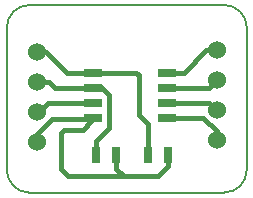
<source format=gbr>
%FSLAX23Y23*%
%MOIN*%
G04 EasyPC Gerber Version 18.0.1 Build 3581 *
%ADD86R,0.03000X0.05300*%
%ADD14C,0.00500*%
%ADD29C,0.01500*%
%ADD71C,0.06000*%
%ADD95R,0.06378X0.02638*%
X0Y0D02*
D02*
D14*
X870Y650D02*
G75*
G02X945Y575J-75D01*
G01*
Y100*
G75*
G02X870Y25I-75*
G01*
X220*
G75*
G02X145Y100J75*
G01*
Y575*
G75*
G02X220Y650I75*
G01*
X870*
D02*
D71*
X245Y195D03*
Y295D03*
Y395D03*
Y495D03*
X845Y200D03*
Y300D03*
Y400D03*
Y500D03*
D02*
D29*
X245Y195D02*
Y220D01*
X295Y270*
X427*
X432Y275*
X245Y495D02*
X275D01*
X345Y425*
X432*
Y325D02*
X282D01*
X252Y295*
X245*
X432Y375D02*
X305D01*
X285Y395*
X245*
X441Y150D02*
Y196D01*
X485Y240*
Y350*
X455Y380*
X437*
X432Y375*
X509Y150D02*
Y105D01*
X535Y80*
X350*
X325Y105*
Y225*
X335Y235*
X400*
X427Y262*
Y275*
X432*
X615Y150D02*
Y255D01*
X585Y285*
Y416*
X576Y425*
X432*
X678Y325D02*
X820D01*
X845Y300*
X678Y375D02*
X820D01*
X845Y400*
X684Y150D02*
Y115D01*
X649Y80*
X535*
X845Y200D02*
Y230D01*
X800Y275*
X678*
X845Y500D02*
X810D01*
X735Y425*
X678*
D02*
D86*
X441Y150D03*
X509D03*
X615D03*
X684D03*
D02*
D95*
X432Y275D03*
Y325D03*
Y375D03*
Y425D03*
X678Y275D03*
Y325D03*
Y375D03*
Y425D03*
X0Y0D02*
M02*

</source>
